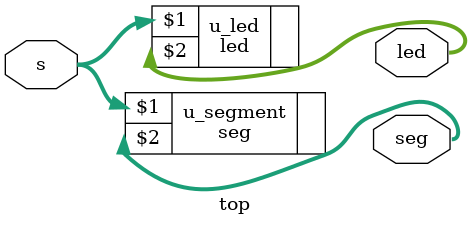
<source format=sv>
module top(input logic [3:0] s,
		   output logic [6:0] seg,
		   output logic [2:0] led);
		   
led u_led(s, led);
seg u_segment(s, seg);
endmodule


		
</source>
